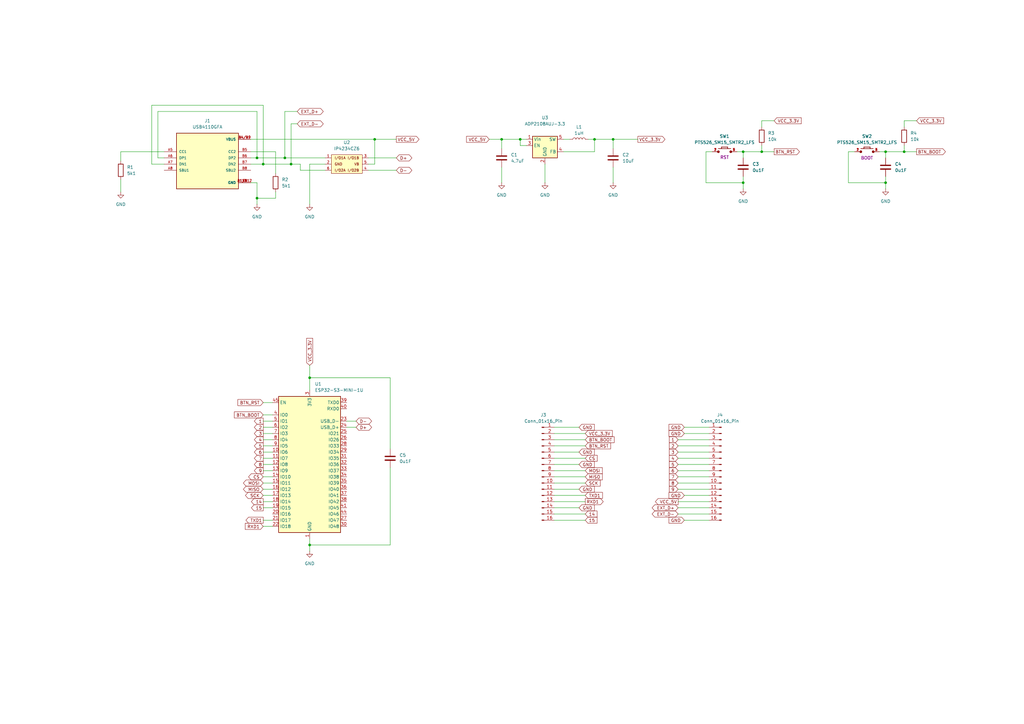
<source format=kicad_sch>
(kicad_sch (version 20250114) (generator "eeschema") (generator_version "9.0")
  (paper "A3")
  (title_block (title "TRANCE Devboard"))
  (lib_symbols
    (symbol "Connector:Conn_01x16_Pin" (pin_names (offset 1.016) (hide yes))
      (property "Reference" "J" (at 0 20.32 0))
      (property "Value" "Conn_01x16_Pin" (at 0 -22.86 0))
      (symbol "Conn_01x16_Pin_1_1"
        (rectangle (start 0.8636 17.907) (end 0 17.653) (stroke (width 0.1524)) (fill (type outline)))
        (rectangle (start 0.8636 15.367) (end 0 15.113) (stroke (width 0.1524)) (fill (type outline)))
        (rectangle (start 0.8636 12.827) (end 0 12.573) (stroke (width 0.1524)) (fill (type outline)))
        (rectangle (start 0.8636 10.287) (end 0 10.033) (stroke (width 0.1524)) (fill (type outline)))
        (rectangle (start 0.8636 7.747) (end 0 7.493) (stroke (width 0.1524)) (fill (type outline)))
        (rectangle (start 0.8636 5.207) (end 0 4.953) (stroke (width 0.1524)) (fill (type outline)))
        (rectangle (start 0.8636 2.667) (end 0 2.413) (stroke (width 0.1524)) (fill (type outline)))
        (rectangle (start 0.8636 0.127) (end 0 -0.127) (stroke (width 0.1524)) (fill (type outline)))
        (rectangle (start 0.8636 -2.413) (end 0 -2.667) (stroke (width 0.1524)) (fill (type outline)))
        (rectangle (start 0.8636 -4.953) (end 0 -5.207) (stroke (width 0.1524)) (fill (type outline)))
        (rectangle (start 0.8636 -7.493) (end 0 -7.747) (stroke (width 0.1524)) (fill (type outline)))
        (rectangle (start 0.8636 -10.033) (end 0 -10.287) (stroke (width 0.1524)) (fill (type outline)))
        (rectangle (start 0.8636 -12.573) (end 0 -12.827) (stroke (width 0.1524)) (fill (type outline)))
        (rectangle (start 0.8636 -15.113) (end 0 -15.367) (stroke (width 0.1524)) (fill (type outline)))
        (rectangle (start 0.8636 -17.653) (end 0 -17.907) (stroke (width 0.1524)) (fill (type outline)))
        (rectangle (start 0.8636 -20.193) (end 0 -20.447) (stroke (width 0.1524)) (fill (type outline)))
        (polyline (pts (xy 1.27 17.78) (xy 0.8636 17.78)) (stroke (width 0.1524)))
        (polyline (pts (xy 1.27 15.24) (xy 0.8636 15.24)) (stroke (width 0.1524)))
        (polyline (pts (xy 1.27 12.7) (xy 0.8636 12.7)) (stroke (width 0.1524)))
        (polyline (pts (xy 1.27 10.16) (xy 0.8636 10.16)) (stroke (width 0.1524)))
        (polyline (pts (xy 1.27 7.62) (xy 0.8636 7.62)) (stroke (width 0.1524)))
        (polyline (pts (xy 1.27 5.08) (xy 0.8636 5.08)) (stroke (width 0.1524)))
        (polyline (pts (xy 1.27 2.54) (xy 0.8636 2.54)) (stroke (width 0.1524)))
        (polyline (pts (xy 1.27 0) (xy 0.8636 0)) (stroke (width 0.1524)))
        (polyline (pts (xy 1.27 -2.54) (xy 0.8636 -2.54)) (stroke (width 0.1524)))
        (polyline (pts (xy 1.27 -5.08) (xy 0.8636 -5.08)) (stroke (width 0.1524)))
        (polyline (pts (xy 1.27 -7.62) (xy 0.8636 -7.62)) (stroke (width 0.1524)))
        (polyline (pts (xy 1.27 -10.16) (xy 0.8636 -10.16)) (stroke (width 0.1524)))
        (polyline (pts (xy 1.27 -12.7) (xy 0.8636 -12.7)) (stroke (width 0.1524)))
        (polyline (pts (xy 1.27 -15.24) (xy 0.8636 -15.24)) (stroke (width 0.1524)))
        (polyline (pts (xy 1.27 -17.78) (xy 0.8636 -17.78)) (stroke (width 0.1524)))
        (polyline (pts (xy 1.27 -20.32) (xy 0.8636 -20.32)) (stroke (width 0.1524)))
        (pin passive line (at 5.08 17.78 180) (length 3.81) (name "Pin_1") (number "1"))
        (pin passive line (at 5.08 15.24 180) (length 3.81) (name "Pin_2") (number "2"))
        (pin passive line (at 5.08 12.7 180) (length 3.81) (name "Pin_3") (number "3"))
        (pin passive line (at 5.08 10.16 180) (length 3.81) (name "Pin_4") (number "4"))
        (pin passive line (at 5.08 7.62 180) (length 3.81) (name "Pin_5") (number "5"))
        (pin passive line (at 5.08 5.08 180) (length 3.81) (name "Pin_6") (number "6"))
        (pin passive line (at 5.08 2.54 180) (length 3.81) (name "Pin_7") (number "7"))
        (pin passive line (at 5.08 0 180) (length 3.81) (name "Pin_8") (number "8"))
        (pin passive line (at 5.08 -2.54 180) (length 3.81) (name "Pin_9") (number "9"))
        (pin passive line (at 5.08 -5.08 180) (length 3.81) (name "Pin_10") (number "10"))
        (pin passive line (at 5.08 -7.62 180) (length 3.81) (name "Pin_11") (number "11"))
        (pin passive line (at 5.08 -10.16 180) (length 3.81) (name "Pin_12") (number "12"))
        (pin passive line (at 5.08 -12.7 180) (length 3.81) (name "Pin_13") (number "13"))
        (pin passive line (at 5.08 -15.24 180) (length 3.81) (name "Pin_14") (number "14"))
        (pin passive line (at 5.08 -17.78 180) (length 3.81) (name "Pin_15") (number "15"))
        (pin passive line (at 5.08 -20.32 180) (length 3.81) (name "Pin_16") (number "16"))
      )
    )
    (symbol "Device:C" (pin_numbers (hide yes)) (pin_names (offset 0.254))
      (property "Reference" "C" (at 0.635 2.54 0))
      (property "Value" "C" (at 0.635 -2.54 0))
      (symbol "C_0_1"
        (polyline (pts (xy -2.032 0.762) (xy 2.032 0.762)) (stroke (width 0.508)))
        (polyline (pts (xy -2.032 -0.762) (xy 2.032 -0.762)) (stroke (width 0.508)))
      )
      (symbol "C_1_1"
        (pin passive line (at 0 3.81 270) (length 2.794) (name "~") (number "1"))
        (pin passive line (at 0 -3.81 90) (length 2.794) (name "~") (number "2"))
      )
    )
    (symbol "Device:L" (pin_numbers (hide yes)) (pin_names (offset 1.016) (hide yes))
      (property "Reference" "L" (at -1.27 0 90))
      (property "Value" "L" (at 1.905 0 90))
      (symbol "L_0_1"
        (arc (start 0 2.54) (mid 0.6323 1.905) (end 0 1.27))
        (arc (start 0 1.27) (mid 0.6323 0.635) (end 0 0))
        (arc (start 0 0) (mid 0.6323 -0.635) (end 0 -1.27))
        (arc (start 0 -1.27) (mid 0.6323 -1.905) (end 0 -2.54))
      )
      (symbol "L_1_1"
        (pin passive line (at 0 3.81 270) (length 1.27) (name "1") (number "1"))
        (pin passive line (at 0 -3.81 90) (length 1.27) (name "2") (number "2"))
      )
    )
    (symbol "Device:R" (pin_numbers (hide yes)) (pin_names (offset 0))
      (property "Reference" "R" (at 2.032 0 90))
      (property "Value" "R" (at 0 0 90))
      (symbol "R_0_1"
        (rectangle (start -1.016 -2.54) (end 1.016 2.54) (stroke (width 0.254)))
      )
      (symbol "R_1_1"
        (pin passive line (at 0 3.81 270) (length 1.27) (name "~") (number "1"))
        (pin passive line (at 0 -3.81 90) (length 1.27) (name "~") (number "2"))
      )
    )
    (symbol "IP4234CZ6:IP4234CZ6" (pin_names (offset 1.016))
      (property "Reference" "U" (at 0 5.08 0))
      (property "Value" "IP4234CZ6" (at 0 2.54 0))
      (symbol "IP4234CZ6_0_0"
        (rectangle (start 0 -6.35) (end 12.7 1.27) (stroke (width 0.1524)) (fill (type background)))
        (text "I/O1A" (at 1.27 0 0) (effects (font (size 1.016 1.016)) (justify left)))
        (text "GND" (at 1.27 -2.54 0) (effects (font (size 1.016 1.016)) (justify left)))
        (text "I/O2A" (at 1.27 -5.08 0) (effects (font (size 1.016 1.016)) (justify left)))
        (text "I/O1B" (at 11.43 0 0) (effects (font (size 1.016 1.016)) (justify right)))
        (text "VB" (at 11.43 -2.54 0) (effects (font (size 1.016 1.016)) (justify right)))
        (text "I/O2B" (at 11.43 -5.08 0) (effects (font (size 1.016 1.016)) (justify right)))
        (pin bidirectional line (at -2.54 0 0) (length 2.54) (name "~") (number "1"))
        (pin bidirectional line (at -2.54 -2.54 0) (length 2.54) (name "~") (number "2"))
        (pin bidirectional line (at -2.54 -5.08 0) (length 2.54) (name "~") (number "6"))
        (pin bidirectional line (at 15.24 0 180) (length 2.54) (name "~") (number "3"))
        (pin bidirectional line (at 15.24 -2.54 180) (length 2.54) (name "~") (number "5"))
        (pin bidirectional line (at 15.24 -5.08 180) (length 2.54) (name "~") (number "4"))
      )
    )
    (symbol "PTS526_SM15_SMTR2_LFS:PTS526_SM15_SMTR2_LFS" (pin_names (offset 1.016))
      (property "Reference" "SW" (at -2.54 2.54 0))
      (property "Value" "PTS526_SM15_SMTR2_LFS" (at -2.54 -2.54 0))
      (symbol "PTS526_SM15_SMTR2_LFS_0_0"
        (polyline (pts (xy -2.54 1.27) (xy -1.27 1.27)) (stroke (width 0.254)))
        (circle (center -2.54 0) (radius 0.127) (stroke (width 0.4064)))
        (polyline (pts (xy -1.27 1.905) (xy -1.27 1.27)) (stroke (width 0.254)))
        (polyline (pts (xy -1.27 1.905) (xy 1.27 1.905)) (stroke (width 0.254)))
        (polyline (pts (xy -1.27 1.27) (xy 1.27 1.27)) (stroke (width 0.254)))
        (polyline (pts (xy 1.27 1.905) (xy 1.27 1.27)) (stroke (width 0.254)))
        (polyline (pts (xy 1.27 1.27) (xy 2.54 1.27)) (stroke (width 0.254)))
        (circle (center 2.54 0) (radius 0.127) (stroke (width 0.4064)))
        (pin passive line (at -5.08 0 0) (length 2.54) (name "~") (number "1"))
        (pin passive line (at -5.08 0 0) (length 2.54) (name "~") (number "2"))
        (pin passive line (at 5.08 0 180) (length 2.54) (name "~") (number "3"))
        (pin passive line (at 5.08 0 180) (length 2.54) (name "~") (number "4"))
      )
    )
    (symbol "RF_Module:ESP32-S3-MINI-1U"
      (property "Reference" "U" (at -11.43 29.21 0))
      (property "Value" "ESP32-S3-MINI-1U" (at 12.7 29.21 0))
      (symbol "ESP32-S3-MINI-1U_0_1"
        (rectangle (start -12.7 27.94) (end 12.7 -27.94) (stroke (width 0.254)) (fill (type background)))
      )
      (symbol "ESP32-S3-MINI-1U_1_1"
        (pin input line (at -15.24 25.4 0) (length 2.54) (name "EN") (number "45"))
        (pin bidirectional line (at -15.24 20.32 0) (length 2.54) (name "IO0") (number "4"))
        (pin bidirectional line (at -15.24 17.78 0) (length 2.54) (name "IO1") (number "5"))
        (pin bidirectional line (at -15.24 15.24 0) (length 2.54) (name "IO2") (number "6"))
        (pin bidirectional line (at -15.24 12.7 0) (length 2.54) (name "IO3") (number "7"))
        (pin bidirectional line (at -15.24 10.16 0) (length 2.54) (name "IO4") (number "8"))
        (pin bidirectional line (at -15.24 7.62 0) (length 2.54) (name "IO5") (number "9"))
        (pin bidirectional line (at -15.24 5.08 0) (length 2.54) (name "IO6") (number "10"))
        (pin bidirectional line (at -15.24 2.54 0) (length 2.54) (name "IO7") (number "11"))
        (pin bidirectional line (at -15.24 0 0) (length 2.54) (name "IO8") (number "12"))
        (pin bidirectional line (at -15.24 -2.54 0) (length 2.54) (name "IO9") (number "13"))
        (pin bidirectional line (at -15.24 -5.08 0) (length 2.54) (name "IO10") (number "14"))
        (pin bidirectional line (at -15.24 -7.62 0) (length 2.54) (name "IO11") (number "15"))
        (pin bidirectional line (at -15.24 -10.16 0) (length 2.54) (name "IO12") (number "16"))
        (pin bidirectional line (at -15.24 -12.7 0) (length 2.54) (name "IO13") (number "17"))
        (pin bidirectional line (at -15.24 -15.24 0) (length 2.54) (name "IO14") (number "18"))
        (pin bidirectional line (at -15.24 -17.78 0) (length 2.54) (name "IO15") (number "19"))
        (pin bidirectional line (at -15.24 -20.32 0) (length 2.54) (name "IO16") (number "20"))
        (pin bidirectional line (at -15.24 -22.86 0) (length 2.54) (name "IO17") (number "21"))
        (pin bidirectional line (at -15.24 -25.4 0) (length 2.54) (name "IO18") (number "22"))
        (pin power_in line (at 0 30.48 270) (length 2.54) (name "3V3") (number "3"))
        (pin power_in line (at 0 -30.48 90) (length 2.54) (name "GND") (number "1"))
        (pin passive line (at 0 -30.48 90) (length 2.54) (hide yes) (name "GND") (number "2"))
        (pin passive line (at 0 -30.48 90) (length 2.54) (hide yes) (name "GND") (number "42"))
        (pin passive line (at 0 -30.48 90) (length 2.54) (hide yes) (name "GND") (number "43"))
        (pin passive line (at 0 -30.48 90) (length 2.54) (hide yes) (name "GND") (number "46"))
        (pin passive line (at 0 -30.48 90) (length 2.54) (hide yes) (name "GND") (number "47"))
        (pin passive line (at 0 -30.48 90) (length 2.54) (hide yes) (name "GND") (number "48"))
        (pin passive line (at 0 -30.48 90) (length 2.54) (hide yes) (name "GND") (number "49"))
        (pin passive line (at 0 -30.48 90) (length 2.54) (hide yes) (name "GND") (number "50"))
        (pin passive line (at 0 -30.48 90) (length 2.54) (hide yes) (name "GND") (number "51"))
        (pin passive line (at 0 -30.48 90) (length 2.54) (hide yes) (name "GND") (number "52"))
        (pin passive line (at 0 -30.48 90) (length 2.54) (hide yes) (name "GND") (number "53"))
        (pin passive line (at 0 -30.48 90) (length 2.54) (hide yes) (name "GND") (number "54"))
        (pin passive line (at 0 -30.48 90) (length 2.54) (hide yes) (name "GND") (number "55"))
        (pin passive line (at 0 -30.48 90) (length 2.54) (hide yes) (name "GND") (number "56"))
        (pin passive line (at 0 -30.48 90) (length 2.54) (hide yes) (name "GND") (number "57"))
        (pin passive line (at 0 -30.48 90) (length 2.54) (hide yes) (name "GND") (number "58"))
        (pin passive line (at 0 -30.48 90) (length 2.54) (hide yes) (name "GND") (number "59"))
        (pin passive line (at 0 -30.48 90) (length 2.54) (hide yes) (name "GND") (number "60"))
        (pin passive line (at 0 -30.48 90) (length 2.54) (hide yes) (name "GND") (number "61"))
        (pin passive line (at 0 -30.48 90) (length 2.54) (hide yes) (name "GND") (number "62"))
        (pin passive line (at 0 -30.48 90) (length 2.54) (hide yes) (name "GND") (number "63"))
        (pin passive line (at 0 -30.48 90) (length 2.54) (hide yes) (name "GND") (number "64"))
        (pin passive line (at 0 -30.48 90) (length 2.54) (hide yes) (name "GND") (number "65"))
        (pin bidirectional line (at 15.24 25.4 180) (length 2.54) (name "TXD0") (number "39"))
        (pin bidirectional line (at 15.24 22.86 180) (length 2.54) (name "RXD0") (number "40"))
        (pin bidirectional line (at 15.24 17.78 180) (length 2.54) (name "USB_D-") (number "23"))
        (pin bidirectional line (at 15.24 15.24 180) (length 2.54) (name "USB_D+") (number "24"))
        (pin bidirectional line (at 15.24 12.7 180) (length 2.54) (name "IO21") (number "25"))
        (pin bidirectional line (at 15.24 10.16 180) (length 2.54) (name "IO26") (number "26"))
        (pin bidirectional line (at 15.24 7.62 180) (length 2.54) (name "IO33") (number "28"))
        (pin bidirectional line (at 15.24 5.08 180) (length 2.54) (name "IO34") (number "29"))
        (pin bidirectional line (at 15.24 2.54 180) (length 2.54) (name "IO35") (number "31"))
        (pin bidirectional line (at 15.24 0 180) (length 2.54) (name "IO36") (number "32"))
        (pin bidirectional line (at 15.24 -2.54 180) (length 2.54) (name "IO37") (number "33"))
        (pin bidirectional line (at 15.24 -5.08 180) (length 2.54) (name "IO38") (number "34"))
        (pin bidirectional line (at 15.24 -7.62 180) (length 2.54) (name "IO39") (number "35"))
        (pin bidirectional line (at 15.24 -10.16 180) (length 2.54) (name "IO40") (number "36"))
        (pin bidirectional line (at 15.24 -12.7 180) (length 2.54) (name "IO41") (number "37"))
        (pin bidirectional line (at 15.24 -15.24 180) (length 2.54) (name "IO42") (number "38"))
        (pin bidirectional line (at 15.24 -17.78 180) (length 2.54) (name "IO45") (number "41"))
        (pin bidirectional line (at 15.24 -20.32 180) (length 2.54) (name "IO46") (number "44"))
        (pin bidirectional line (at 15.24 -22.86 180) (length 2.54) (name "IO47") (number "27"))
        (pin bidirectional line (at 15.24 -25.4 180) (length 2.54) (name "IO48") (number "30"))
      )
    )
    (symbol "Regulator_Switching:ADP2108AUJ-3.3"
      (property "Reference" "U" (at -5.08 5.08 0))
      (property "Value" "ADP2108AUJ-3.3" (at 0 5.08 0))
      (symbol "ADP2108AUJ-3.3_0_1"
        (rectangle (start -5.08 3.81) (end 5.08 -5.08) (stroke (width 0.254)) (fill (type background)))
      )
      (symbol "ADP2108AUJ-3.3_1_1"
        (pin power_in line (at -7.62 2.54 0) (length 2.54) (name "Vin") (number "1"))
        (pin input line (at -7.62 0 0) (length 2.54) (name "EN") (number "3"))
        (pin power_in line (at 0 -7.62 90) (length 2.54) (name "GND") (number "2"))
        (pin input line (at 7.62 2.54 180) (length 2.54) (name "SW") (number "5"))
        (pin input line (at 7.62 -2.54 180) (length 2.54) (name "FB") (number "4"))
      )
    )
    (symbol "USB4110GFA:USB4110GFA" (pin_names (offset 1.016))
      (property "Reference" "J" (at -12.7 11.43 0))
      (property "Value" "USB4110GFA" (at -12.7 -15.24 0))
      (symbol "USB4110GFA_0_0"
        (rectangle (start -12.7 -12.7) (end 12.7 10.16) (stroke (width 0.254)) (fill (type background)))
        (pin bidirectional line (at -17.78 2.54 0) (length 5.08) (name "CC1") (number "A5"))
        (pin bidirectional line (at -17.78 0 0) (length 5.08) (name "DP1") (number "A6"))
        (pin bidirectional line (at -17.78 -2.54 0) (length 5.08) (name "DN1") (number "A7"))
        (pin bidirectional line (at -17.78 -5.08 0) (length 5.08) (name "SBU1") (number "A8"))
        (pin power_in line (at 17.78 7.62 180) (length 5.08) (name "VBUS") (number "A4/B9"))
        (pin power_in line (at 17.78 7.62 180) (length 5.08) (name "VBUS") (number "B4/A9"))
        (pin bidirectional line (at 17.78 2.54 180) (length 5.08) (name "CC2") (number "B5"))
        (pin bidirectional line (at 17.78 0 180) (length 5.08) (name "DP2") (number "B6"))
        (pin bidirectional line (at 17.78 -2.54 180) (length 5.08) (name "DN2") (number "B7"))
        (pin bidirectional line (at 17.78 -5.08 180) (length 5.08) (name "SBU2") (number "B8"))
        (pin power_in line (at 17.78 -10.16 180) (length 5.08) (name "GND") (number "A1/B12"))
        (pin power_in line (at 17.78 -10.16 180) (length 5.08) (name "GND") (number "B1/A12"))
        (pin power_in line (at 17.78 -10.16 180) (length 5.08) (name "GND") (number "S1"))
        (pin power_in line (at 17.78 -10.16 180) (length 5.08) (name "GND") (number "S2"))
        (pin power_in line (at 17.78 -10.16 180) (length 5.08) (name "GND") (number "S3"))
        (pin power_in line (at 17.78 -10.16 180) (length 5.08) (name "GND") (number "S4"))
      )
    )
    (symbol "power:GND" (power) (pin_numbers (hide yes)) (pin_names (offset 0) (hide yes))
      (property "Value" "GND" (at 0 -3.81 0))
      (symbol "GND_0_1"
        (polyline (pts (xy 0 0) (xy 0 -1.27) (xy 1.27 -1.27) (xy 0 -2.54) (xy -1.27 -1.27) (xy 0 -1.27)))
      )
      (symbol "GND_1_1"
        (pin power_in line (at 0 0 270) (length 0) (name "~") (number "1"))
      )
    )
  )
  (junction (at 363.22 62.23))
  (junction (at 105.41 64.77))
  (junction (at 205.74 57.15))
  (junction (at 127 154.94))
  (junction (at 363.22 74.93))
  (junction (at 107.95 67.31))
  (junction (at 153.67 57.15))
  (junction (at 213.36 57.15))
  (junction (at 251.46 57.15))
  (junction (at 370.84 62.23))
  (junction (at 119.38 67.31))
  (junction (at 304.8 62.23))
  (junction (at 105.41 81.28))
  (junction (at 304.8 74.93))
  (junction (at 127 223.52))
  (junction (at 312.42 62.23))
  (junction (at 116.84 64.77))
  (junction (at 243.84 57.15))
  (wire (pts (xy 107.95 203.2) (xy 111.76 203.2)))
  (wire (pts (xy 151.13 67.31) (xy 153.67 67.31)))
  (wire (pts (xy 123.19 67.31) (xy 123.19 69.85)))
  (wire (pts (xy 105.41 64.77) (xy 116.84 64.77)))
  (wire (pts (xy 227.33 195.58) (xy 240.03 195.58)))
  (wire (pts (xy 107.95 175.26) (xy 111.76 175.26)))
  (wire (pts (xy 153.67 67.31) (xy 153.67 57.15)))
  (wire (pts (xy 278.13 180.34) (xy 290.83 180.34)))
  (wire (pts (xy 251.46 57.15) (xy 261.62 57.15)))
  (wire (pts (xy 107.95 187.96) (xy 111.76 187.96)))
  (wire (pts (xy 251.46 68.58) (xy 251.46 74.93)))
  (wire (pts (xy 153.67 57.15) (xy 162.56 57.15)))
  (wire (pts (xy 375.92 49.53) (xy 370.84 49.53)))
  (wire (pts (xy 227.33 193.04) (xy 240.03 193.04)))
  (wire (pts (xy 107.95 165.1) (xy 111.76 165.1)))
  (wire (pts (xy 227.33 208.28) (xy 237.49 208.28)))
  (wire (pts (xy 213.36 57.15) (xy 213.36 59.69)))
  (wire (pts (xy 278.13 185.42) (xy 290.83 185.42)))
  (wire (pts (xy 107.95 170.18) (xy 111.76 170.18)))
  (wire (pts (xy 102.87 67.31) (xy 107.95 67.31)))
  (wire (pts (xy 317.5 49.53) (xy 312.42 49.53)))
  (wire (pts (xy 370.84 49.53) (xy 370.84 52.07)))
  (wire (pts (xy 241.3 57.15) (xy 243.84 57.15)))
  (wire (pts (xy 119.38 50.8) (xy 119.38 67.31)))
  (wire (pts (xy 160.02 223.52) (xy 127 223.52)))
  (wire (pts (xy 102.87 64.77) (xy 105.41 64.77)))
  (wire (pts (xy 304.8 74.93) (xy 304.8 77.47)))
  (wire (pts (xy 121.92 50.8) (xy 119.38 50.8)))
  (wire (pts (xy 227.33 210.82) (xy 240.03 210.82)))
  (wire (pts (xy 278.13 198.12) (xy 290.83 198.12)))
  (wire (pts (xy 223.52 67.31) (xy 223.52 74.93)))
  (wire (pts (xy 107.95 198.12) (xy 111.76 198.12)))
  (wire (pts (xy 312.42 59.69) (xy 312.42 62.23)))
  (wire (pts (xy 227.33 205.74) (xy 240.03 205.74)))
  (wire (pts (xy 278.13 205.74) (xy 290.83 205.74)))
  (wire (pts (xy 107.95 213.36) (xy 111.76 213.36)))
  (wire (pts (xy 215.9 59.69) (xy 213.36 59.69)))
  (wire (pts (xy 363.22 62.23) (xy 370.84 62.23)))
  (wire (pts (xy 227.33 213.36) (xy 240.03 213.36)))
  (wire (pts (xy 213.36 57.15) (xy 215.9 57.15)))
  (wire (pts (xy 227.33 203.2) (xy 240.03 203.2)))
  (wire (pts (xy 67.31 64.77) (xy 64.77 64.77)))
  (wire (pts (xy 280.67 177.8) (xy 290.83 177.8)))
  (wire (pts (xy 119.38 67.31) (xy 123.19 67.31)))
  (wire (pts (xy 133.35 67.31) (xy 127 67.31)))
  (wire (pts (xy 278.13 190.5) (xy 290.83 190.5)))
  (wire (pts (xy 113.03 62.23) (xy 113.03 71.12)))
  (wire (pts (xy 227.33 185.42) (xy 237.49 185.42)))
  (wire (pts (xy 160.02 191.77) (xy 160.02 223.52)))
  (wire (pts (xy 292.1 62.23) (xy 289.56 62.23)))
  (wire (pts (xy 142.24 175.26) (xy 146.05 175.26)))
  (wire (pts (xy 127 223.52) (xy 127 226.06)))
  (wire (pts (xy 227.33 182.88) (xy 240.03 182.88)))
  (wire (pts (xy 105.41 81.28) (xy 105.41 83.82)))
  (wire (pts (xy 227.33 175.26) (xy 237.49 175.26)))
  (wire (pts (xy 304.8 64.77) (xy 304.8 62.23)))
  (wire (pts (xy 363.22 74.93) (xy 363.22 77.47)))
  (wire (pts (xy 107.95 185.42) (xy 111.76 185.42)))
  (wire (pts (xy 127 154.94) (xy 127 160.02)))
  (wire (pts (xy 289.56 62.23) (xy 289.56 74.93)))
  (wire (pts (xy 49.53 73.66) (xy 49.53 78.74)))
  (wire (pts (xy 107.95 193.04) (xy 111.76 193.04)))
  (wire (pts (xy 67.31 67.31) (xy 62.23 67.31)))
  (wire (pts (xy 49.53 62.23) (xy 49.53 66.04)))
  (wire (pts (xy 105.41 74.93) (xy 105.41 81.28)))
  (wire (pts (xy 67.31 62.23) (xy 49.53 62.23)))
  (wire (pts (xy 280.67 213.36) (xy 290.83 213.36)))
  (wire (pts (xy 123.19 69.85) (xy 133.35 69.85)))
  (wire (pts (xy 227.33 200.66) (xy 237.49 200.66)))
  (wire (pts (xy 278.13 208.28) (xy 290.83 208.28)))
  (wire (pts (xy 370.84 62.23) (xy 375.92 62.23)))
  (wire (pts (xy 107.95 43.18) (xy 107.95 67.31)))
  (wire (pts (xy 127 67.31) (xy 127 83.82)))
  (wire (pts (xy 107.95 190.5) (xy 111.76 190.5)))
  (wire (pts (xy 107.95 182.88) (xy 111.76 182.88)))
  (wire (pts (xy 278.13 187.96) (xy 290.83 187.96)))
  (wire (pts (xy 370.84 59.69) (xy 370.84 62.23)))
  (wire (pts (xy 360.68 62.23) (xy 363.22 62.23)))
  (wire (pts (xy 205.74 57.15) (xy 213.36 57.15)))
  (wire (pts (xy 151.13 69.85) (xy 162.56 69.85)))
  (wire (pts (xy 107.95 195.58) (xy 111.76 195.58)))
  (wire (pts (xy 200.66 57.15) (xy 205.74 57.15)))
  (wire (pts (xy 363.22 62.23) (xy 363.22 64.77)))
  (wire (pts (xy 243.84 57.15) (xy 251.46 57.15)))
  (wire (pts (xy 278.13 193.04) (xy 290.83 193.04)))
  (wire (pts (xy 102.87 74.93) (xy 105.41 74.93)))
  (wire (pts (xy 105.41 81.28) (xy 113.03 81.28)))
  (wire (pts (xy 64.77 45.72) (xy 105.41 45.72)))
  (wire (pts (xy 278.13 182.88) (xy 290.83 182.88)))
  (wire (pts (xy 160.02 184.15) (xy 160.02 154.94)))
  (wire (pts (xy 227.33 190.5) (xy 237.49 190.5)))
  (wire (pts (xy 205.74 68.58) (xy 205.74 74.93)))
  (wire (pts (xy 102.87 62.23) (xy 113.03 62.23)))
  (wire (pts (xy 347.98 62.23) (xy 347.98 74.93)))
  (wire (pts (xy 107.95 172.72) (xy 111.76 172.72)))
  (wire (pts (xy 280.67 175.26) (xy 290.83 175.26)))
  (wire (pts (xy 107.95 208.28) (xy 111.76 208.28)))
  (wire (pts (xy 153.67 57.15) (xy 102.87 57.15)))
  (wire (pts (xy 116.84 64.77) (xy 133.35 64.77)))
  (wire (pts (xy 280.67 203.2) (xy 290.83 203.2)))
  (wire (pts (xy 142.24 172.72) (xy 146.05 172.72)))
  (wire (pts (xy 231.14 62.23) (xy 243.84 62.23)))
  (wire (pts (xy 127 220.98) (xy 127 223.52)))
  (wire (pts (xy 116.84 45.72) (xy 116.84 64.77)))
  (wire (pts (xy 113.03 81.28) (xy 113.03 78.74)))
  (wire (pts (xy 278.13 200.66) (xy 290.83 200.66)))
  (wire (pts (xy 231.14 57.15) (xy 233.68 57.15)))
  (wire (pts (xy 312.42 62.23) (xy 317.5 62.23)))
  (wire (pts (xy 243.84 57.15) (xy 243.84 62.23)))
  (wire (pts (xy 227.33 198.12) (xy 240.03 198.12)))
  (wire (pts (xy 227.33 180.34) (xy 240.03 180.34)))
  (wire (pts (xy 205.74 57.15) (xy 205.74 60.96)))
  (wire (pts (xy 107.95 200.66) (xy 111.76 200.66)))
  (wire (pts (xy 105.41 45.72) (xy 105.41 64.77)))
  (wire (pts (xy 151.13 64.77) (xy 162.56 64.77)))
  (wire (pts (xy 107.95 180.34) (xy 111.76 180.34)))
  (wire (pts (xy 107.95 205.74) (xy 111.76 205.74)))
  (wire (pts (xy 107.95 177.8) (xy 111.76 177.8)))
  (wire (pts (xy 121.92 45.72) (xy 116.84 45.72)))
  (wire (pts (xy 289.56 74.93) (xy 304.8 74.93)))
  (wire (pts (xy 62.23 67.31) (xy 62.23 43.18)))
  (wire (pts (xy 127 149.86) (xy 127 154.94)))
  (wire (pts (xy 304.8 62.23) (xy 312.42 62.23)))
  (wire (pts (xy 304.8 72.39) (xy 304.8 74.93)))
  (wire (pts (xy 278.13 195.58) (xy 290.83 195.58)))
  (wire (pts (xy 107.95 67.31) (xy 119.38 67.31)))
  (wire (pts (xy 251.46 57.15) (xy 251.46 60.96)))
  (wire (pts (xy 64.77 64.77) (xy 64.77 45.72)))
  (wire (pts (xy 312.42 49.53) (xy 312.42 52.07)))
  (wire (pts (xy 304.8 62.23) (xy 302.26 62.23)))
  (wire (pts (xy 160.02 154.94) (xy 127 154.94)))
  (wire (pts (xy 350.52 62.23) (xy 347.98 62.23)))
  (wire (pts (xy 227.33 187.96) (xy 240.03 187.96)))
  (wire (pts (xy 62.23 43.18) (xy 107.95 43.18)))
  (wire (pts (xy 227.33 177.8) (xy 240.03 177.8)))
  (wire (pts (xy 363.22 74.93) (xy 363.22 72.39)))
  (wire (pts (xy 278.13 210.82) (xy 290.83 210.82)))
  (wire (pts (xy 347.98 74.93) (xy 363.22 74.93)))
  (wire (pts (xy 107.95 215.9) (xy 111.76 215.9)))
  (global_label "VCC_5V" (shape input) (at 200.66 57.15 180) (property "Intersheetrefs" "${INTERSHEET_REFS}" (effects (hide yes))))
  (global_label "CS" (shape input) (at 240.03 187.96 0) (property "Intersheetrefs" "${INTERSHEET_REFS}" (effects (hide yes))))
  (global_label "MISO" (shape bidirectional) (at 107.95 200.66 180) (property "Intersheetrefs" "${INTERSHEET_REFS}" (effects (hide yes))))
  (global_label "TXD1" (shape output) (at 107.95 213.36 180) (property "Intersheetrefs" "${INTERSHEET_REFS}" (effects (hide yes))))
  (global_label "VCC_3.3V" (shape input) (at 317.5 49.53 0) (property "Intersheetrefs" "${INTERSHEET_REFS}" (effects (hide yes))))
  (global_label "MOSI" (shape input) (at 240.03 193.04 0) (property "Intersheetrefs" "${INTERSHEET_REFS}" (effects (hide yes))))
  (global_label "EXT_D+" (shape bidirectional) (at 121.92 45.72 0) (property "Intersheetrefs" "${INTERSHEET_REFS}" (effects (hide yes))))
  (global_label "4" (shape output) (at 107.95 180.34 180) (property "Intersheetrefs" "${INTERSHEET_REFS}" (effects (hide yes))))
  (global_label "VCC_5V" (shape output) (at 162.56 57.15 0) (property "Intersheetrefs" "${INTERSHEET_REFS}" (effects (hide yes))))
  (global_label "BTN_BOOT" (shape output) (at 375.92 62.23 0) (property "Intersheetrefs" "${INTERSHEET_REFS}" (effects (hide yes))))
  (global_label "7" (shape output) (at 107.95 187.96 180) (property "Intersheetrefs" "${INTERSHEET_REFS}" (effects (hide yes))))
  (global_label "BTN_RST" (shape input) (at 107.95 165.1 180) (property "Intersheetrefs" "${INTERSHEET_REFS}" (effects (hide yes))))
  (global_label "9" (shape output) (at 107.95 193.04 180) (property "Intersheetrefs" "${INTERSHEET_REFS}" (effects (hide yes))))
  (global_label "EXT_D-" (shape bidirectional) (at 278.13 210.82 180) (property "Intersheetrefs" "${INTERSHEET_REFS}" (effects (hide yes))))
  (global_label "2" (shape output) (at 107.95 175.26 180) (property "Intersheetrefs" "${INTERSHEET_REFS}" (effects (hide yes))))
  (global_label "GND" (shape input) (at 237.49 175.26 0) (property "Intersheetrefs" "${INTERSHEET_REFS}" (effects (hide yes))))
  (global_label "BTN_RST" (shape output) (at 317.5 62.23 0) (property "Intersheetrefs" "${INTERSHEET_REFS}" (effects (hide yes))))
  (global_label "SCK" (shape bidirectional) (at 107.95 203.2 180) (property "Intersheetrefs" "${INTERSHEET_REFS}" (effects (hide yes))))
  (global_label "VCC_5V" (shape output) (at 278.13 205.74 180) (property "Intersheetrefs" "${INTERSHEET_REFS}" (effects (hide yes))))
  (global_label "MOSI" (shape bidirectional) (at 107.95 198.12 180) (property "Intersheetrefs" "${INTERSHEET_REFS}" (effects (hide yes))))
  (global_label "14" (shape output) (at 107.95 205.74 180) (property "Intersheetrefs" "${INTERSHEET_REFS}" (effects (hide yes))))
  (global_label "5" (shape output) (at 107.95 182.88 180) (property "Intersheetrefs" "${INTERSHEET_REFS}" (effects (hide yes))))
  (global_label "GND" (shape input) (at 280.67 213.36 180) (property "Intersheetrefs" "${INTERSHEET_REFS}" (effects (hide yes))))
  (global_label "TXD1" (shape input) (at 240.03 203.2 0) (property "Intersheetrefs" "${INTERSHEET_REFS}" (effects (hide yes))))
  (global_label "D-" (shape bidirectional) (at 162.56 69.85 0) (property "Intersheetrefs" "${INTERSHEET_REFS}" (effects (hide yes))))
  (global_label "MISO" (shape input) (at 240.03 195.58 0) (property "Intersheetrefs" "${INTERSHEET_REFS}" (effects (hide yes))))
  (global_label "GND" (shape input) (at 237.49 190.5 0) (property "Intersheetrefs" "${INTERSHEET_REFS}" (effects (hide yes))))
  (global_label "GND" (shape input) (at 237.49 200.66 0) (property "Intersheetrefs" "${INTERSHEET_REFS}" (effects (hide yes))))
  (global_label "7" (shape input) (at 278.13 195.58 180) (property "Intersheetrefs" "${INTERSHEET_REFS}" (effects (hide yes))))
  (global_label "D+" (shape bidirectional) (at 146.05 175.26 0) (property "Intersheetrefs" "${INTERSHEET_REFS}" (effects (hide yes))))
  (global_label "2" (shape input) (at 278.13 182.88 180) (property "Intersheetrefs" "${INTERSHEET_REFS}" (effects (hide yes))))
  (global_label "RXD1" (shape input) (at 107.95 215.9 180) (property "Intersheetrefs" "${INTERSHEET_REFS}" (effects (hide yes))))
  (global_label "GND" (shape input) (at 280.67 203.2 180) (property "Intersheetrefs" "${INTERSHEET_REFS}" (effects (hide yes))))
  (global_label "15" (shape output) (at 107.95 208.28 180) (property "Intersheetrefs" "${INTERSHEET_REFS}" (effects (hide yes))))
  (global_label "GND" (shape input) (at 280.67 175.26 180) (property "Intersheetrefs" "${INTERSHEET_REFS}" (effects (hide yes))))
  (global_label "BTN_BOOT" (shape input) (at 107.95 170.18 180) (property "Intersheetrefs" "${INTERSHEET_REFS}" (effects (hide yes))))
  (global_label "6" (shape output) (at 107.95 185.42 180) (property "Intersheetrefs" "${INTERSHEET_REFS}" (effects (hide yes))))
  (global_label "CS" (shape bidirectional) (at 107.95 195.58 180) (property "Intersheetrefs" "${INTERSHEET_REFS}" (effects (hide yes))))
  (global_label "GND" (shape input) (at 280.67 177.8 180) (property "Intersheetrefs" "${INTERSHEET_REFS}" (effects (hide yes))))
  (global_label "9" (shape input) (at 278.13 200.66 180) (property "Intersheetrefs" "${INTERSHEET_REFS}" (effects (hide yes))))
  (global_label "GND" (shape input) (at 237.49 208.28 0) (property "Intersheetrefs" "${INTERSHEET_REFS}" (effects (hide yes))))
  (global_label "D+" (shape bidirectional) (at 162.56 64.77 0) (property "Intersheetrefs" "${INTERSHEET_REFS}" (effects (hide yes))))
  (global_label "BTN_BOOT" (shape input) (at 240.03 180.34 0) (property "Intersheetrefs" "${INTERSHEET_REFS}" (effects (hide yes))))
  (global_label "GND" (shape input) (at 237.49 185.42 0) (property "Intersheetrefs" "${INTERSHEET_REFS}" (effects (hide yes))))
  (global_label "4" (shape input) (at 278.13 187.96 180) (property "Intersheetrefs" "${INTERSHEET_REFS}" (effects (hide yes))))
  (global_label "RXD1" (shape output) (at 240.03 205.74 0) (property "Intersheetrefs" "${INTERSHEET_REFS}" (effects (hide yes))))
  (global_label "3" (shape input) (at 278.13 185.42 180) (property "Intersheetrefs" "${INTERSHEET_REFS}" (effects (hide yes))))
  (global_label "5" (shape input) (at 278.13 190.5 180) (property "Intersheetrefs" "${INTERSHEET_REFS}" (effects (hide yes))))
  (global_label "14" (shape input) (at 240.03 210.82 0) (property "Intersheetrefs" "${INTERSHEET_REFS}" (effects (hide yes))))
  (global_label "EXT_D-" (shape bidirectional) (at 121.92 50.8 0) (property "Intersheetrefs" "${INTERSHEET_REFS}" (effects (hide yes))))
  (global_label "6" (shape input) (at 278.13 193.04 180) (property "Intersheetrefs" "${INTERSHEET_REFS}" (effects (hide yes))))
  (global_label "VCC_3.3V" (shape input) (at 127 149.86 90) (property "Intersheetrefs" "${INTERSHEET_REFS}" (effects (hide yes))))
  (global_label "8" (shape output) (at 107.95 190.5 180) (property "Intersheetrefs" "${INTERSHEET_REFS}" (effects (hide yes))))
  (global_label "1" (shape output) (at 107.95 172.72 180) (property "Intersheetrefs" "${INTERSHEET_REFS}" (effects (hide yes))))
  (global_label "15" (shape input) (at 240.03 213.36 0) (property "Intersheetrefs" "${INTERSHEET_REFS}" (effects (hide yes))))
  (global_label "BTN_RST" (shape input) (at 240.03 182.88 0) (property "Intersheetrefs" "${INTERSHEET_REFS}" (effects (hide yes))))
  (global_label "VCC_3.3V" (shape input) (at 375.92 49.53 0) (property "Intersheetrefs" "${INTERSHEET_REFS}" (effects (hide yes))))
  (global_label "1" (shape input) (at 278.13 180.34 180) (property "Intersheetrefs" "${INTERSHEET_REFS}" (effects (hide yes))))
  (global_label "8" (shape input) (at 278.13 198.12 180) (property "Intersheetrefs" "${INTERSHEET_REFS}" (effects (hide yes))))
  (global_label "EXT_D+" (shape bidirectional) (at 278.13 208.28 180) (property "Intersheetrefs" "${INTERSHEET_REFS}" (effects (hide yes))))
  (global_label "VCC_3.3V" (shape output) (at 261.62 57.15 0) (property "Intersheetrefs" "${INTERSHEET_REFS}" (effects (hide yes))))
  (global_label "VCC_3.3V" (shape input) (at 240.03 177.8 0) (property "Intersheetrefs" "${INTERSHEET_REFS}" (effects (hide yes))))
  (global_label "3" (shape output) (at 107.95 177.8 180) (property "Intersheetrefs" "${INTERSHEET_REFS}" (effects (hide yes))))
  (global_label "D-" (shape bidirectional) (at 146.05 172.72 0) (property "Intersheetrefs" "${INTERSHEET_REFS}" (effects (hide yes))))
  (global_label "SCK" (shape input) (at 240.03 198.12 0) (property "Intersheetrefs" "${INTERSHEET_REFS}" (effects (hide yes))))
  (symbol (lib_id "IP4234CZ6:IP4234CZ6") (at 135.89 64.77 0) (unit 1)
    (property "Reference" "U2" (at 142.24 58.42 0))
    (property "Value" "IP4234CZ6" (at 142.24 60.96 0))
    (property "Footprint" "footprints:IP4234CZ6_SOT-457-6" (effects (hide yes)))
    (property "MF" "NXP Semiconductors" (effects (hide yes)))
    (property "Description_1" "ESD Suppressors / TVS Diodes Single USB 2.0 ESD Protection 6-Pin" (effects (hide yes)))
    (property "Package" "SOT-457 Nexperia USA" (effects (hide yes)))
    (property "Price" "None" (effects (hide yes)))
    (property "SnapEDA_Link" "https://www.snapeda.com/parts/IP4234CZ6/NXP+Semiconductors/view-part/?ref=snap" (effects (hide yes)))
    (property "MP" "IP4234CZ6" (effects (hide yes)))
    (property "Availability" "In Stock" (effects (hide yes)))
    (property "Check_prices" "https://www.snapeda.com/parts/IP4234CZ6/NXP+Semiconductors/view-part/?ref=eda" (effects (hide yes)))
    (property "MOUSER_PART_NUMBER" "771-IP4234CZ6" (effects (hide yes)))
  )
  (symbol (lib_id "power:GND") (at 105.41 83.82 0) (unit 1)
    (property "Reference" "#PWR02" (effects (hide yes)))
    (property "Value" "GND" (at 105.41 88.9 0))
    (property "Description" "Power symbol creates a global label with name \"GND\" , ground" (effects (hide yes)))
  )
  (symbol (lib_id "Device:R") (at 49.53 69.85 0) (unit 1)
    (property "Reference" "R1" (at 52.07 68.5799 0) (effects (justify left)))
    (property "Value" "5k1" (at 52.07 71.1199 0) (effects (justify left)))
    (property "Footprint" "Resistor_SMD:R_0402_1005Metric" (effects (hide yes)))
    (property "Description" "Resistor" (effects (hide yes)))
    (property "MOUSER_PART_NUMBER" "71-CRCW0402-5.1K-E3" (effects (hide yes)))
  )
  (symbol (lib_id "power:GND") (at 223.52 74.93 0) (unit 1)
    (property "Reference" "#PWR04" (effects (hide yes)))
    (property "Value" "GND" (at 223.52 80.01 0))
    (property "Description" "Power symbol creates a global label with name \"GND\" , ground" (effects (hide yes)))
  )
  (symbol (lib_id "power:GND") (at 251.46 74.93 0) (unit 1)
    (property "Reference" "#PWR05" (effects (hide yes)))
    (property "Value" "GND" (at 251.46 80.01 0))
    (property "Description" "Power symbol creates a global label with name \"GND\" , ground" (effects (hide yes)))
  )
  (symbol (lib_id "Device:R") (at 370.84 55.88 0) (unit 1)
    (property "Reference" "R4" (at 373.38 54.6099 0) (effects (justify left)))
    (property "Value" "10k" (at 373.38 57.1499 0) (effects (justify left)))
    (property "Footprint" "Resistor_SMD:R_0402_1005Metric" (effects (hide yes)))
    (property "Description" "Resistor" (effects (hide yes)))
    (property "MOUSER_PART_NUMBER" "71-CRCW0402-10K-E3" (effects (hide yes)))
  )
  (symbol (lib_id "Device:L") (at 237.49 57.15 90) (unit 1)
    (property "Reference" "L1" (at 237.49 52.07 90))
    (property "Value" "1uH" (at 237.49 54.61 90))
    (property "Footprint" "Inductor_SMD:L_0805_2012Metric" (effects (hide yes)))
    (property "Description" "Inductor" (effects (hide yes)))
    (property "MOUSER_PART_NUMBER" "81-LQM21PN1R0MC0D" (effects (hide yes)))
  )
  (symbol (lib_id "USB4110GFA:USB4110GFA") (at 85.09 64.77 0) (unit 1)
    (property "Reference" "J1" (at 85.09 49.53 0))
    (property "Value" "USB4110GFA" (at 85.09 52.07 0))
    (property "Footprint" "footprints:GCT_USB4110GFA" (effects (hide yes)))
    (property "DigiKey_Part_Number" "2073-USB4110-GF-A-2-ND" (effects (hide yes)))
    (property "MF" "GCT" (effects (hide yes)))
    (property "Description_1" "USB-C (USB TYPE-C) USB 2.0 Receptacle Connector 24 (16+8 Dummy) Position Surface Mount, Right Angle; Through Hole" (effects (hide yes)))
    (property "Package" "None" (effects (hide yes)))
    (property "Price" "None" (effects (hide yes)))
    (property "SnapEDA_Link" "https://www.snapeda.com/parts/USB4110-GF-A/Global+Connector+Technology/view-part/?ref=snap" (effects (hide yes)))
    (property "MP" "USB4110-GF-A" (effects (hide yes)))
    (property "Availability" "In Stock" (effects (hide yes)))
    (property "Check_prices" "https://www.snapeda.com/parts/USB4110-GF-A/Global+Connector+Technology/view-part/?ref=eda" (effects (hide yes)))
    (property "MOUSER_PART_NUMBER" "640-USB4110-GF-A" (effects (hide yes)))
  )
  (symbol (lib_id "RF_Module:ESP32-S3-MINI-1U") (at 127 190.5 0) (unit 1)
    (property "Reference" "U1" (at 129.1433 157.48 0) (effects (justify left)))
    (property "Value" "ESP32-S3-MINI-1U" (at 129.1433 160.02 0) (effects (justify left)))
    (property "Footprint" "RF_Module:ESP32-S2-MINI-1U" (effects (hide yes)))
    (property "Datasheet" "https://www.espressif.com/sites/default/files/documentation/esp32-s3-mini-1_mini-1u_datasheet_en.pdf" (effects (hide yes)))
    (property "Description" "RF Module, ESP32-S3 SoC, Wi-Fi 802.11b/g/n, Bluetooth, BLE, 32-bit, 3.3V, SMD, external antenna" (effects (hide yes)))
    (property "MOUSER_PART_NUMBER" "356-ESP32S3MINI1UN8" (effects (hide yes)))
  )
  (symbol (lib_id "PTS526_SM15_SMTR2_LFS:PTS526_SM15_SMTR2_LFS") (at 297.18 62.23 0) (unit 1)
    (property "Reference" "SW1" (at 297.18 55.88 0))
    (property "Value" "PTS526_SM15_SMTR2_LFS" (at 297.18 58.42 0))
    (property "Footprint" "footprints:PTS526SM15SMTR2LFS" (effects (hide yes)))
    (property "Description" "RST" (at 297.18 64.516 0))
    (property "MANUFACTURER_NAME" "C & K COMPONENTS" (effects (hide yes)))
    (property "MF" "C&K" (effects (hide yes)))
    (property "MOUSER_PRICE-STOCK" "https://www.mouser.co.uk/ProductDetail/CK/PTS526-SM15-SMTR2-LFS?qs=UXgszm6BlbENivbslIA%252B5g%3D%3D" (effects (hide yes)))
    (property "DESCRIPTION" "Tactile Switches 50mA 12VDC, 5.2x5.2mm, 1.5mm H, 160gf, G leads, No ground pin, metal actuator" (effects (hide yes)))
    (property "MOUSER_PART_NUMBER" "611-PTS526SM15SMTR2L" (effects (hide yes)))
    (property "Price" "None" (effects (hide yes)))
    (property "Package" "None" (effects (hide yes)))
    (property "Check_prices" "https://www.snapeda.com/parts/PTS526%20SM15%20SMTR2%20LFS/C%2526K/view-part/?ref=eda" (effects (hide yes)))
    (property "HEIGHT" "1.5mm" (effects (hide yes)))
    (property "MP" "PTS526 SM15 SMTR2 LFS" (effects (hide yes)))
    (property "SnapEDA_Link" "https://www.snapeda.com/parts/PTS526%20SM15%20SMTR2%20LFS/C%2526K/view-part/?ref=snap" (effects (hide yes)))
    (property "ARROW_PRICE-STOCK" "https://www.arrow.com/en/products/pts526-sm15-smtr2-lfs/ck" (effects (hide yes)))
    (property "ARROW_PART_NUMBER" "PTS526 SM15 SMTR2 LFS" (effects (hide yes)))
    (property "Description_1" "Tactile Switch SPST-NO Top Actuated Surface Mount" (effects (hide yes)))
    (property "Availability" "In Stock" (effects (hide yes)))
    (property "MANUFACTURER_PART_NUMBER" "PTS526 SM15 SMTR2 LFS" (effects (hide yes)))
  )
  (symbol (lib_id "Device:C") (at 363.22 68.58 0) (unit 1)
    (property "Reference" "C4" (at 367.03 67.3099 0) (effects (justify left)))
    (property "Value" "0u1F" (at 367.03 69.8499 0) (effects (justify left)))
    (property "Footprint" "Capacitor_SMD:C_0402_1005Metric" (effects (hide yes)))
    (property "Description" "Unpolarized capacitor" (effects (hide yes)))
    (property "MOUSER_PART_NUMBER" "187-CL05F104ZO5NNND" (effects (hide yes)))
  )
  (symbol (lib_id "Regulator_Switching:ADP2108AUJ-3.3") (at 223.52 59.69 0) (unit 1)
    (property "Reference" "U3" (at 223.52 48.26 0))
    (property "Value" "ADP2108AUJ-3.3" (at 223.52 50.8 0))
    (property "Footprint" "Package_TO_SOT_SMD:TSOT-23-5" (effects (hide yes)))
    (property "Datasheet" "https://www.analog.com/media/en/technical-documentation/data-sheets/ADP2108.pdf" (effects (hide yes)))
    (property "Description" "3MHz switching bucK regulator, 600mA 3.3V output voltage," (effects (hide yes)))
    (property "MOUSER_PART_NUMBER" "584-ADP2108AUJZ3.3R7" (effects (hide yes)))
  )
  (symbol (lib_id "Device:R") (at 113.03 74.93 0) (unit 1)
    (property "Reference" "R2" (at 115.57 73.6599 0) (effects (justify left)))
    (property "Value" "5k1" (at 115.57 76.1999 0) (effects (justify left)))
    (property "Footprint" "Resistor_SMD:R_0402_1005Metric" (effects (hide yes)))
    (property "Description" "Resistor" (effects (hide yes)))
    (property "MOUSER_PART_NUMBER" "71-CRCW0402-5.1K-E3" (effects (hide yes)))
  )
  (symbol (lib_id "Connector:Conn_01x16_Pin") (at 295.91 193.04 0) (mirror y) (unit 1)
    (property "Reference" "J4" (at 295.275 170.18 0))
    (property "Value" "Conn_01x16_Pin" (at 295.275 172.72 0))
    (property "Footprint" "Connector_PinHeader_2.54mm:PinHeader_1x16_P2.54mm_Vertical" (effects (hide yes)))
    (property "Description" "Generic connector, single row, 01x16, script generated" (effects (hide yes)))
    (property "MOUSER_PART_NUMBER" "200-TSW11607TS" (effects (hide yes)))
  )
  (symbol (lib_id "Device:C") (at 251.46 64.77 0) (unit 1)
    (property "Reference" "C2" (at 255.27 63.4999 0) (effects (justify left)))
    (property "Value" "10uF" (at 255.27 66.0399 0) (effects (justify left)))
    (property "Footprint" "Capacitor_SMD:C_0805_2012Metric" (effects (hide yes)))
    (property "Description" "Unpolarized capacitor" (effects (hide yes)))
    (property "MOUSER_PART_NUMBER" "187-CL21A106KOQNNNF" (effects (hide yes)))
  )
  (symbol (lib_id "Connector:Conn_01x16_Pin") (at 222.25 193.04 0) (unit 1)
    (property "Reference" "J3" (at 222.885 170.18 0))
    (property "Value" "Conn_01x16_Pin" (at 222.885 172.72 0))
    (property "Footprint" "Connector_PinHeader_2.54mm:PinHeader_1x16_P2.54mm_Vertical" (effects (hide yes)))
    (property "Description" "Generic connector, single row, 01x16, script generated" (effects (hide yes)))
    (property "MOUSER_PART_NUMBER" "200-TSW11607TS" (effects (hide yes)))
  )
  (symbol (lib_id "power:GND") (at 127 226.06 0) (unit 1)
    (property "Reference" "#PWR07" (effects (hide yes)))
    (property "Value" "GND" (at 127 231.14 0))
    (property "Description" "Power symbol creates a global label with name \"GND\" , ground" (effects (hide yes)))
  )
  (symbol (lib_id "power:GND") (at 49.53 78.74 0) (unit 1)
    (property "Reference" "#PWR01" (effects (hide yes)))
    (property "Value" "GND" (at 49.53 83.82 0))
    (property "Description" "Power symbol creates a global label with name \"GND\" , ground" (effects (hide yes)))
  )
  (symbol (lib_id "power:GND") (at 363.22 77.47 0) (unit 1)
    (property "Reference" "#PWR09" (effects (hide yes)))
    (property "Value" "GND" (at 363.22 82.55 0))
    (property "Description" "Power symbol creates a global label with name \"GND\" , ground" (effects (hide yes)))
  )
  (symbol (lib_id "Device:C") (at 205.74 64.77 0) (unit 1)
    (property "Reference" "C1" (at 209.55 63.4999 0) (effects (justify left)))
    (property "Value" "4.7uF" (at 209.55 66.0399 0) (effects (justify left)))
    (property "Footprint" "Capacitor_SMD:C_0603_1608Metric" (effects (hide yes)))
    (property "Description" "Unpolarized capacitor" (effects (hide yes)))
    (property "MOUSER_PART_NUMBER" "187-CL10A475KO8NNNC" (effects (hide yes)))
  )
  (symbol (lib_id "Device:R") (at 312.42 55.88 0) (unit 1)
    (property "Reference" "R3" (at 314.96 54.6099 0) (effects (justify left)))
    (property "Value" "10k" (at 314.96 57.1499 0) (effects (justify left)))
    (property "Footprint" "Resistor_SMD:R_0402_1005Metric" (effects (hide yes)))
    (property "Description" "Resistor" (effects (hide yes)))
    (property "MOUSER_PART_NUMBER" "71-CRCW0402-10K-E3" (effects (hide yes)))
  )
  (symbol (lib_id "power:GND") (at 127 83.82 0) (unit 1)
    (property "Reference" "#PWR03" (effects (hide yes)))
    (property "Value" "GND" (at 127 88.9 0))
    (property "Description" "Power symbol creates a global label with name \"GND\" , ground" (effects (hide yes)))
  )
  (symbol (lib_id "Device:C") (at 304.8 68.58 0) (unit 1)
    (property "Reference" "C3" (at 308.61 67.3099 0) (effects (justify left)))
    (property "Value" "0u1F" (at 308.61 69.8499 0) (effects (justify left)))
    (property "Footprint" "Capacitor_SMD:C_0402_1005Metric" (effects (hide yes)))
    (property "Description" "Unpolarized capacitor" (effects (hide yes)))
    (property "MOUSER_PART_NUMBER" "187-CL05F104ZO5NNND" (effects (hide yes)))
  )
  (symbol (lib_id "PTS526_SM15_SMTR2_LFS:PTS526_SM15_SMTR2_LFS") (at 355.6 62.23 0) (unit 1)
    (property "Reference" "SW2" (at 355.6 55.88 0))
    (property "Value" "PTS526_SM15_SMTR2_LFS" (at 355.6 58.42 0))
    (property "Footprint" "footprints:PTS526SM15SMTR2LFS" (effects (hide yes)))
    (property "Description" "BOOT" (at 355.6 64.77 0))
    (property "MANUFACTURER_NAME" "C & K COMPONENTS" (effects (hide yes)))
    (property "MF" "C&K" (effects (hide yes)))
    (property "MOUSER_PRICE-STOCK" "https://www.mouser.co.uk/ProductDetail/CK/PTS526-SM15-SMTR2-LFS?qs=UXgszm6BlbENivbslIA%252B5g%3D%3D" (effects (hide yes)))
    (property "DESCRIPTION" "Tactile Switches 50mA 12VDC, 5.2x5.2mm, 1.5mm H, 160gf, G leads, No ground pin, metal actuator" (effects (hide yes)))
    (property "MOUSER_PART_NUMBER" "611-PTS526SM15SMTR2L" (effects (hide yes)))
    (property "Price" "None" (effects (hide yes)))
    (property "Package" "None" (effects (hide yes)))
    (property "Check_prices" "https://www.snapeda.com/parts/PTS526%20SM15%20SMTR2%20LFS/C%2526K/view-part/?ref=eda" (effects (hide yes)))
    (property "HEIGHT" "1.5mm" (effects (hide yes)))
    (property "MP" "PTS526 SM15 SMTR2 LFS" (effects (hide yes)))
    (property "SnapEDA_Link" "https://www.snapeda.com/parts/PTS526%20SM15%20SMTR2%20LFS/C%2526K/view-part/?ref=snap" (effects (hide yes)))
    (property "ARROW_PRICE-STOCK" "https://www.arrow.com/en/products/pts526-sm15-smtr2-lfs/ck" (effects (hide yes)))
    (property "ARROW_PART_NUMBER" "PTS526 SM15 SMTR2 LFS" (effects (hide yes)))
    (property "Description_1" "Tactile Switch SPST-NO Top Actuated Surface Mount" (effects (hide yes)))
    (property "Availability" "In Stock" (effects (hide yes)))
    (property "MANUFACTURER_PART_NUMBER" "PTS526 SM15 SMTR2 LFS" (effects (hide yes)))
  )
  (symbol (lib_id "power:GND") (at 205.74 74.93 0) (unit 1)
    (property "Reference" "#PWR06" (effects (hide yes)))
    (property "Value" "GND" (at 205.74 80.01 0))
    (property "Description" "Power symbol creates a global label with name \"GND\" , ground" (effects (hide yes)))
  )
  (symbol (lib_id "power:GND") (at 304.8 77.47 0) (unit 1)
    (property "Reference" "#PWR08" (effects (hide yes)))
    (property "Value" "GND" (at 304.8 82.55 0))
    (property "Description" "Power symbol creates a global label with name \"GND\" , ground" (effects (hide yes)))
  )
  (symbol (lib_id "Device:C") (at 160.02 187.96 0) (unit 1)
    (property "Reference" "C5" (at 163.83 186.6899 0) (effects (justify left)))
    (property "Value" "0u1F" (at 163.83 189.2299 0) (effects (justify left)))
    (property "Footprint" "Capacitor_SMD:C_0402_1005Metric" (effects (hide yes)))
    (property "Description" "Unpolarized capacitor" (effects (hide yes)))
    (property "MOUSER_PART_NUMBER" "187-CL05F104ZO5NNND" (effects (hide yes)))
  )
)
</source>
